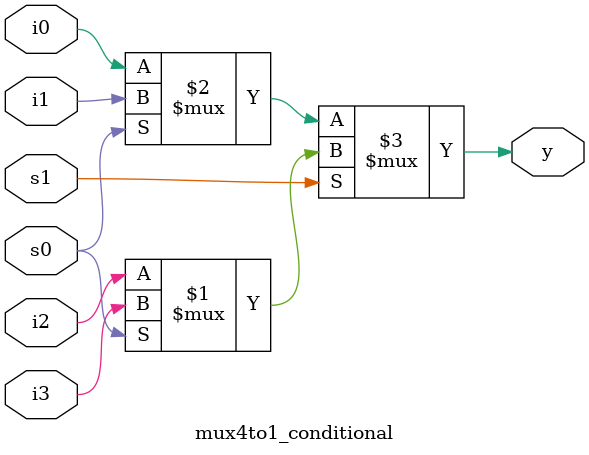
<source format=v>
module mux4to1_conditional (
input  i0, i1, i2, i3,
input  s0, s1,
output y);

assign y = (s1) ? ((s0) ? i3 : i2) : ((s0) ? i1 : i0);
endmodule


</source>
